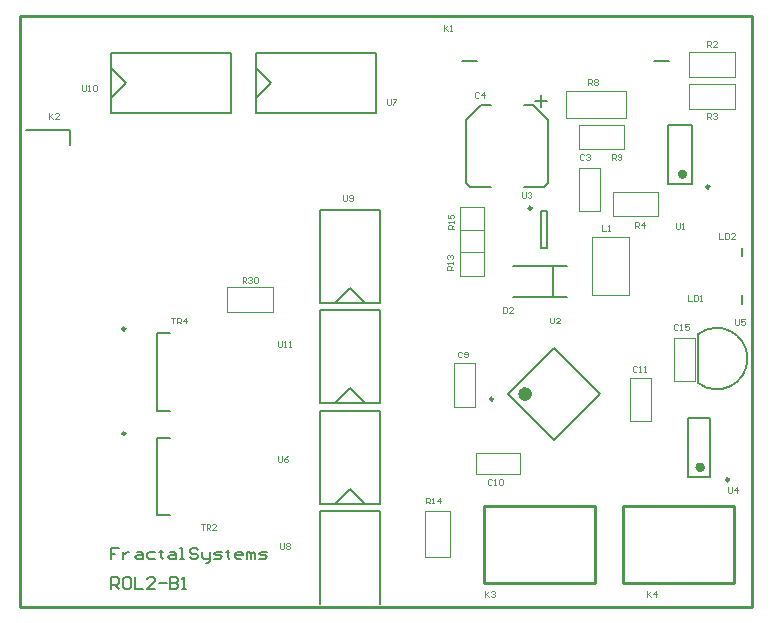
<source format=gto>
%FSLAX25Y25*%
%MOIN*%
G70*
G01*
G75*
G04 Layer_Color=65535*
%ADD10R,0.07087X0.08268*%
%ADD11R,0.04331X0.05512*%
%ADD12R,0.10039X0.07677*%
%ADD13R,0.05512X0.04331*%
%ADD14R,0.04331X0.02362*%
%ADD15R,0.24410X0.22835*%
%ADD16R,0.11811X0.06299*%
G04:AMPARAMS|DCode=17|XSize=9.84mil|YSize=70.87mil|CornerRadius=0mil|HoleSize=0mil|Usage=FLASHONLY|Rotation=135.000|XOffset=0mil|YOffset=0mil|HoleType=Round|Shape=Round|*
%AMOVALD17*
21,1,0.06102,0.00984,0.00000,0.00000,225.0*
1,1,0.00984,0.02158,0.02158*
1,1,0.00984,-0.02158,-0.02158*
%
%ADD17OVALD17*%

G04:AMPARAMS|DCode=18|XSize=9.84mil|YSize=70.87mil|CornerRadius=0mil|HoleSize=0mil|Usage=FLASHONLY|Rotation=45.000|XOffset=0mil|YOffset=0mil|HoleType=Round|Shape=Round|*
%AMOVALD18*
21,1,0.06102,0.00984,0.00000,0.00000,135.0*
1,1,0.00984,0.02158,-0.02158*
1,1,0.00984,-0.02158,0.02158*
%
%ADD18OVALD18*%

%ADD19R,0.07087X0.09055*%
%ADD20R,0.02362X0.11811*%
%ADD21O,0.08661X0.02362*%
%ADD22R,0.02756X0.03150*%
%ADD23R,0.06000X0.07000*%
%ADD24R,0.06299X0.12598*%
%ADD25O,0.07480X0.02362*%
%ADD26C,0.00984*%
%ADD27C,0.01181*%
%ADD28C,0.01500*%
%ADD29C,0.01969*%
%ADD30C,0.01575*%
%ADD31C,0.07874*%
%ADD32C,0.00800*%
%ADD33C,0.05906*%
%ADD34C,0.03937*%
%ADD35C,0.01000*%
%ADD36C,0.07480*%
%ADD37C,0.06000*%
%ADD38O,0.07874X0.03937*%
%ADD39O,0.07874X0.03937*%
%ADD40C,0.02362*%
%ADD41R,0.07000X0.06000*%
G04:AMPARAMS|DCode=42|XSize=23.62mil|YSize=23.62mil|CornerRadius=1.18mil|HoleSize=0mil|Usage=FLASHONLY|Rotation=90.000|XOffset=0mil|YOffset=0mil|HoleType=Round|Shape=RoundedRectangle|*
%AMROUNDEDRECTD42*
21,1,0.02362,0.02126,0,0,90.0*
21,1,0.02126,0.02362,0,0,90.0*
1,1,0.00236,0.01063,0.01063*
1,1,0.00236,0.01063,-0.01063*
1,1,0.00236,-0.01063,-0.01063*
1,1,0.00236,-0.01063,0.01063*
%
%ADD42ROUNDEDRECTD42*%
%ADD43R,0.04600X0.04600*%
%ADD44R,0.07480X0.04331*%
%ADD45C,0.00827*%
%ADD46C,0.02362*%
%ADD47C,0.00787*%
%ADD48C,0.00591*%
%ADD49C,0.00394*%
%ADD50C,0.00669*%
D26*
X170571Y132874D02*
G03*
X170571Y132874I-492J0D01*
G01*
X35138Y57736D02*
G03*
X35138Y57736I-492J0D01*
G01*
Y92579D02*
G03*
X35138Y92579I-492J0D01*
G01*
X157763Y69196D02*
G03*
X157763Y69196I-492J0D01*
G01*
X236319Y42303D02*
G03*
X236319Y42303I-492J0D01*
G01*
X229823Y139941D02*
G03*
X229823Y139941I-492J0D01*
G01*
D30*
X227559Y46457D02*
G03*
X227559Y46457I-787J0D01*
G01*
X221654Y144095D02*
G03*
X221654Y144095I-787J0D01*
G01*
D32*
X1969Y158811D02*
X16732D01*
X78661Y164449D02*
X78661Y184449D01*
X78661Y169449D02*
X83661Y174449D01*
X78661Y179449D02*
X83661Y174449D01*
X118661Y164449D02*
Y184449D01*
X78661D02*
X118661D01*
X78661Y164449D02*
X118661D01*
X120000Y906D02*
Y31890D01*
X100000Y906D02*
Y31890D01*
X120000Y31890D01*
X120000Y34370D02*
Y65354D01*
X100000D02*
X100000Y34370D01*
X100000Y65354D02*
X120000D01*
X105000Y34370D02*
X110000Y39370D01*
X115000Y34370D01*
X100000Y34370D02*
X120000Y34370D01*
Y101299D02*
Y132283D01*
X100000Y101299D02*
X100000Y132283D01*
X120000Y132283D01*
X105000Y101299D02*
X110000Y106299D01*
X115000Y101299D01*
X100000Y101299D02*
X120000Y101299D01*
Y67835D02*
Y98819D01*
X100000Y67835D02*
Y98819D01*
X120000D01*
X105000Y67835D02*
X110000Y72835D01*
X115000Y67835D01*
X100000D02*
X120000D01*
X30433Y164449D02*
X30433Y184449D01*
X30433Y169449D02*
X35433Y174449D01*
X30433Y179449D02*
X35433Y174449D01*
X70433Y164449D02*
Y184449D01*
X30433D02*
X70433D01*
X30433Y164449D02*
X70433D01*
D35*
X154724Y33465D02*
X191732D01*
Y7874D02*
Y33465D01*
X154724Y7874D02*
Y33465D01*
Y7874D02*
X191732D01*
X200984Y33465D02*
X237992D01*
Y7874D02*
Y33465D01*
X200984Y7874D02*
Y33465D01*
Y7874D02*
X237992D01*
X0Y0D02*
Y196850D01*
X244094D01*
Y0D02*
Y196850D01*
X0Y0D02*
X244094D01*
D46*
X169587Y70866D02*
G03*
X169587Y70866I-1181J0D01*
G01*
D47*
X225981Y74611D02*
G03*
X225981Y90743I6302J8066D01*
G01*
X177756Y103248D02*
Y113583D01*
X16732Y153811D02*
Y158811D01*
X173819Y131890D02*
X175787D01*
X173819Y119685D02*
X175787D01*
X173819D02*
Y131890D01*
X175787Y119685D02*
Y131890D01*
X45669Y30531D02*
X50185Y30532D01*
X45669Y56280D02*
X45669Y30531D01*
X45669Y56280D02*
X50185D01*
X45669Y65374D02*
X50185Y65374D01*
X45669Y65374D02*
X45669Y91122D01*
X50185Y91122D01*
X162838Y70866D02*
X178150Y55555D01*
Y86178D02*
X193461Y70866D01*
X162838D02*
X178150Y86178D01*
Y55555D02*
X193461Y70866D01*
X229921Y43307D02*
Y62992D01*
X222835Y43307D02*
Y62992D01*
Y43307D02*
X229921D01*
X222835Y62992D02*
X229921D01*
X225984Y74611D02*
Y90743D01*
X147449Y181890D02*
X152449D01*
X211449D02*
X216449D01*
X216142Y160630D02*
X224016D01*
X216142Y140945D02*
X224016D01*
X216142D02*
Y160630D01*
X224016Y140945D02*
Y160630D01*
D48*
X164272Y113681D02*
X182382D01*
X164272Y103150D02*
X182382D01*
X240650Y100984D02*
X240650Y103740D01*
Y116732D02*
Y119488D01*
X148622Y162205D02*
X153740Y167323D01*
X171063D02*
X176181Y162205D01*
X174606Y139764D02*
X176181Y141339D01*
X148622D02*
X150197Y139764D01*
X171653Y168504D02*
X175591D01*
X173622Y166535D02*
Y170473D01*
X176181Y141339D02*
Y162205D01*
X167913Y139764D02*
X174606D01*
X167913Y167323D02*
X171063D01*
X150197Y139764D02*
X156890D01*
X148622Y141339D02*
Y162205D01*
X153740Y167323D02*
X156890D01*
D49*
X223130Y184744D02*
X238287D01*
Y176673D02*
Y184744D01*
X223130Y176673D02*
X238287D01*
X223130D02*
Y184744D01*
Y166043D02*
X238287D01*
X223130D02*
Y174114D01*
X238287D01*
Y166043D02*
Y174114D01*
X69193Y106398D02*
X84350D01*
Y98327D02*
Y106398D01*
X69193Y98327D02*
X84350D01*
X69193D02*
Y106398D01*
X190847Y123327D02*
X203051D01*
X190847Y104035D02*
Y123327D01*
Y104035D02*
X203051D01*
Y123327D01*
X186417Y131791D02*
X193504D01*
Y146358D01*
X186417Y146358D02*
X193504Y146358D01*
X186417Y131791D02*
Y146358D01*
X217913Y89665D02*
X225000D01*
X217913Y75099D02*
Y89665D01*
Y75099D02*
X225000D01*
X225000Y89665D02*
X225000Y75099D01*
X135138Y16634D02*
Y31791D01*
X143209D01*
Y16634D02*
Y31791D01*
X135138Y16634D02*
X143209D01*
X146752Y133366D02*
X146752Y118209D01*
X146752Y133366D02*
X154823D01*
X154823Y118209D01*
X146752D02*
X154823D01*
Y110335D02*
X154823Y125492D01*
X146752Y110335D02*
X154823D01*
X146752D02*
X146752Y125492D01*
X154823D01*
X144783Y81201D02*
X151870D01*
X144783Y66634D02*
Y81201D01*
Y66634D02*
X151870Y66634D01*
Y81201D01*
X152165Y44094D02*
Y51181D01*
Y44094D02*
X166732D01*
Y51181D01*
X152165D02*
X166732D01*
X203346Y61811D02*
X210433D01*
Y76378D01*
X203346Y76378D02*
X210433Y76378D01*
X203346Y61811D02*
Y76378D01*
X186319Y160531D02*
X201476D01*
Y152461D02*
Y160531D01*
X186319Y152461D02*
X201476D01*
X186319D02*
Y160531D01*
X181988Y162795D02*
Y171850D01*
Y162795D02*
X201969D01*
Y171850D01*
X181988D02*
X201969D01*
X197638Y138189D02*
X212795D01*
Y130118D02*
Y138189D01*
X197638Y130118D02*
X212795D01*
X197638D02*
Y138189D01*
X9843Y164566D02*
Y162599D01*
Y163254D01*
X11154Y164566D01*
X10170Y163582D01*
X11154Y162599D01*
X13122D02*
X11810D01*
X13122Y163910D01*
Y164238D01*
X12794Y164566D01*
X12138D01*
X11810Y164238D01*
X141535Y193799D02*
Y191831D01*
Y192487D01*
X142847Y193799D01*
X141863Y192815D01*
X142847Y191831D01*
X143503D02*
X144159D01*
X143831D01*
Y193799D01*
X143503Y193471D01*
X187953Y150566D02*
X187625Y150894D01*
X186969D01*
X186641Y150566D01*
Y149254D01*
X186969Y148926D01*
X187625D01*
X187953Y149254D01*
X188609Y150566D02*
X188937Y150894D01*
X189593D01*
X189921Y150566D01*
Y150238D01*
X189593Y149910D01*
X189265D01*
X189593D01*
X189921Y149582D01*
Y149254D01*
X189593Y148926D01*
X188937D01*
X188609Y149254D01*
X152985Y171325D02*
X152657Y171653D01*
X152001D01*
X151673Y171325D01*
Y170013D01*
X152001Y169685D01*
X152657D01*
X152985Y170013D01*
X154625Y169685D02*
Y171653D01*
X153641Y170669D01*
X154953D01*
X147276Y84711D02*
X146949Y85039D01*
X146293D01*
X145965Y84711D01*
Y83399D01*
X146293Y83071D01*
X146949D01*
X147276Y83399D01*
X147932D02*
X148260Y83071D01*
X148916D01*
X149244Y83399D01*
Y84711D01*
X148916Y85039D01*
X148260D01*
X147932Y84711D01*
Y84383D01*
X148260Y84055D01*
X149244D01*
X157513Y42191D02*
X157185Y42519D01*
X156529D01*
X156201Y42191D01*
Y40879D01*
X156529Y40551D01*
X157185D01*
X157513Y40879D01*
X158169Y40551D02*
X158825D01*
X158497D01*
Y42519D01*
X158169Y42191D01*
X159809D02*
X160136Y42519D01*
X160793D01*
X161120Y42191D01*
Y40879D01*
X160793Y40551D01*
X160136D01*
X159809Y40879D01*
Y42191D01*
X205839Y79790D02*
X205511Y80117D01*
X204855D01*
X204528Y79790D01*
Y78478D01*
X204855Y78150D01*
X205511D01*
X205839Y78478D01*
X206495Y78150D02*
X207151D01*
X206823D01*
Y80117D01*
X206495Y79790D01*
X208135Y78150D02*
X208791D01*
X208463D01*
Y80117D01*
X208135Y79790D01*
X219404Y93869D02*
X219076Y94197D01*
X218420D01*
X218092Y93869D01*
Y92557D01*
X218420Y92229D01*
X219076D01*
X219404Y92557D01*
X220060Y92229D02*
X220716D01*
X220388D01*
Y94197D01*
X220060Y93869D01*
X223012Y94197D02*
X221700D01*
Y93213D01*
X222356Y93541D01*
X222684D01*
X223012Y93213D01*
Y92557D01*
X222684Y92229D01*
X222028D01*
X221700Y92557D01*
X161122Y99999D02*
Y98032D01*
X162106D01*
X162434Y98360D01*
Y99671D01*
X162106Y99999D01*
X161122D01*
X164402Y98032D02*
X163090D01*
X164402Y99343D01*
Y99671D01*
X164074Y99999D01*
X163418D01*
X163090Y99671D01*
X155118Y5117D02*
Y3150D01*
Y3806D01*
X156430Y5117D01*
X155446Y4134D01*
X156430Y3150D01*
X157086Y4789D02*
X157414Y5117D01*
X158070D01*
X158398Y4789D01*
Y4462D01*
X158070Y4134D01*
X157742D01*
X158070D01*
X158398Y3806D01*
Y3478D01*
X158070Y3150D01*
X157414D01*
X157086Y3478D01*
X209055Y5314D02*
Y3347D01*
Y4002D01*
X210367Y5314D01*
X209383Y4330D01*
X210367Y3347D01*
X212007D02*
Y5314D01*
X211023Y4330D01*
X212335D01*
X194193Y127165D02*
Y125197D01*
X195505D01*
X196161D02*
X196817D01*
X196489D01*
Y127165D01*
X196161Y126837D01*
X222835Y103936D02*
Y101969D01*
X224147D01*
X224802Y103936D02*
Y101969D01*
X225786D01*
X226114Y102296D01*
Y103608D01*
X225786Y103936D01*
X224802D01*
X226770Y101969D02*
X227426D01*
X227098D01*
Y103936D01*
X226770Y103608D01*
X233071Y124409D02*
Y122441D01*
X234383D01*
X235039Y124409D02*
Y122441D01*
X236023D01*
X236351Y122769D01*
Y124081D01*
X236023Y124409D01*
X235039D01*
X238318Y122441D02*
X237007D01*
X238318Y123753D01*
Y124081D01*
X237990Y124409D01*
X237335D01*
X237007Y124081D01*
X229134Y186614D02*
Y188582D01*
X230118D01*
X230446Y188254D01*
Y187598D01*
X230118Y187270D01*
X229134D01*
X229790D02*
X230446Y186614D01*
X232414D02*
X231102D01*
X232414Y187926D01*
Y188254D01*
X232086Y188582D01*
X231430D01*
X231102Y188254D01*
X229134Y162598D02*
Y164566D01*
X230118D01*
X230446Y164238D01*
Y163582D01*
X230118Y163254D01*
X229134D01*
X229790D02*
X230446Y162598D01*
X231102Y164238D02*
X231430Y164566D01*
X232086D01*
X232414Y164238D01*
Y163910D01*
X232086Y163582D01*
X231758D01*
X232086D01*
X232414Y163254D01*
Y162926D01*
X232086Y162598D01*
X231430D01*
X231102Y162926D01*
X205118Y126378D02*
Y128346D01*
X206102D01*
X206430Y128018D01*
Y127362D01*
X206102Y127034D01*
X205118D01*
X205774D02*
X206430Y126378D01*
X208070D02*
Y128346D01*
X207086Y127362D01*
X208398D01*
X189469Y174016D02*
Y175984D01*
X190452D01*
X190780Y175656D01*
Y175000D01*
X190452Y174672D01*
X189469D01*
X190124D02*
X190780Y174016D01*
X191436Y175656D02*
X191764Y175984D01*
X192420D01*
X192748Y175656D01*
Y175328D01*
X192420Y175000D01*
X192748Y174672D01*
Y174344D01*
X192420Y174016D01*
X191764D01*
X191436Y174344D01*
Y174672D01*
X191764Y175000D01*
X191436Y175328D01*
Y175656D01*
X191764Y175000D02*
X192420D01*
X197244Y148917D02*
Y150885D01*
X198228D01*
X198556Y150557D01*
Y149901D01*
X198228Y149573D01*
X197244D01*
X197900D02*
X198556Y148917D01*
X199212Y149245D02*
X199540Y148917D01*
X200196D01*
X200524Y149245D01*
Y150557D01*
X200196Y150885D01*
X199540D01*
X199212Y150557D01*
Y150229D01*
X199540Y149901D01*
X200524D01*
X144390Y112303D02*
X142422D01*
Y113287D01*
X142750Y113615D01*
X143406D01*
X143734Y113287D01*
Y112303D01*
Y112959D02*
X144390Y113615D01*
Y114271D02*
Y114927D01*
Y114599D01*
X142422D01*
X142750Y114271D01*
Y115911D02*
X142422Y116239D01*
Y116895D01*
X142750Y117223D01*
X143078D01*
X143406Y116895D01*
Y116567D01*
Y116895D01*
X143734Y117223D01*
X144062D01*
X144390Y116895D01*
Y116239D01*
X144062Y115911D01*
X135349Y34390D02*
Y36358D01*
X136333D01*
X136661Y36030D01*
Y35374D01*
X136333Y35046D01*
X135349D01*
X136005D02*
X136661Y34390D01*
X137317D02*
X137973D01*
X137645D01*
Y36358D01*
X137317Y36030D01*
X139941Y34390D02*
Y36358D01*
X138957Y35374D01*
X140269D01*
X144685Y125787D02*
X142717D01*
Y126771D01*
X143045Y127099D01*
X143701D01*
X144029Y126771D01*
Y125787D01*
Y126443D02*
X144685Y127099D01*
Y127755D02*
Y128411D01*
Y128083D01*
X142717D01*
X143045Y127755D01*
X142717Y130707D02*
Y129395D01*
X143701D01*
X143373Y130051D01*
Y130379D01*
X143701Y130707D01*
X144357D01*
X144685Y130379D01*
Y129723D01*
X144357Y129395D01*
X74213Y107874D02*
Y109842D01*
X75196D01*
X75524Y109514D01*
Y108858D01*
X75196Y108530D01*
X74213D01*
X74869D02*
X75524Y107874D01*
X76180Y109514D02*
X76508Y109842D01*
X77164D01*
X77492Y109514D01*
Y109186D01*
X77164Y108858D01*
X76836D01*
X77164D01*
X77492Y108530D01*
Y108202D01*
X77164Y107874D01*
X76508D01*
X76180Y108202D01*
X78148Y109514D02*
X78476Y109842D01*
X79132D01*
X79460Y109514D01*
Y108202D01*
X79132Y107874D01*
X78476D01*
X78148Y108202D01*
Y109514D01*
X218799Y127952D02*
Y126312D01*
X219127Y125984D01*
X219783D01*
X220111Y126312D01*
Y127952D01*
X220767Y125984D02*
X221423D01*
X221095D01*
Y127952D01*
X220767Y127624D01*
X176772Y96358D02*
Y94718D01*
X177100Y94390D01*
X177756D01*
X178084Y94718D01*
Y96358D01*
X180051Y94390D02*
X178740D01*
X180051Y95702D01*
Y96030D01*
X179723Y96358D01*
X179068D01*
X178740Y96030D01*
X167247Y138202D02*
Y136562D01*
X167575Y136234D01*
X168231D01*
X168559Y136562D01*
Y138202D01*
X169215Y137874D02*
X169543Y138202D01*
X170199D01*
X170527Y137874D01*
Y137546D01*
X170199Y137218D01*
X169871D01*
X170199D01*
X170527Y136890D01*
Y136562D01*
X170199Y136234D01*
X169543D01*
X169215Y136562D01*
X236024Y39862D02*
Y38222D01*
X236352Y37894D01*
X237007D01*
X237335Y38222D01*
Y39862D01*
X238975Y37894D02*
Y39862D01*
X237991Y38878D01*
X239303D01*
X238287Y95865D02*
Y94226D01*
X238615Y93898D01*
X239271D01*
X239599Y94226D01*
Y95865D01*
X241567D02*
X240255D01*
Y94882D01*
X240911Y95210D01*
X241239D01*
X241567Y94882D01*
Y94226D01*
X241239Y93898D01*
X240583D01*
X240255Y94226D01*
X86122Y50295D02*
Y48655D01*
X86450Y48327D01*
X87106D01*
X87434Y48655D01*
Y50295D01*
X89402D02*
X88746Y49967D01*
X88090Y49311D01*
Y48655D01*
X88418Y48327D01*
X89074D01*
X89402Y48655D01*
Y48983D01*
X89074Y49311D01*
X88090D01*
X122244Y169094D02*
Y167454D01*
X122572Y167126D01*
X123228D01*
X123556Y167454D01*
Y169094D01*
X124212D02*
X125524D01*
Y168766D01*
X124212Y167454D01*
Y167126D01*
X86811Y21062D02*
Y19422D01*
X87139Y19094D01*
X87795D01*
X88123Y19422D01*
Y21062D01*
X88779Y20734D02*
X89107Y21062D01*
X89763D01*
X90091Y20734D01*
Y20406D01*
X89763Y20078D01*
X90091Y19750D01*
Y19422D01*
X89763Y19094D01*
X89107D01*
X88779Y19422D01*
Y19750D01*
X89107Y20078D01*
X88779Y20406D01*
Y20734D01*
X89107Y20078D02*
X89763D01*
X107776Y137106D02*
Y135466D01*
X108104Y135138D01*
X108759D01*
X109088Y135466D01*
Y137106D01*
X109743Y135466D02*
X110071Y135138D01*
X110727D01*
X111055Y135466D01*
Y136778D01*
X110727Y137106D01*
X110071D01*
X109743Y136778D01*
Y136450D01*
X110071Y136122D01*
X111055D01*
X20768Y174015D02*
Y172375D01*
X21096Y172047D01*
X21752D01*
X22080Y172375D01*
Y174015D01*
X22736Y172047D02*
X23392D01*
X23064D01*
Y174015D01*
X22736Y173687D01*
X24375D02*
X24703Y174015D01*
X25359D01*
X25687Y173687D01*
Y172375D01*
X25359Y172047D01*
X24703D01*
X24375Y172375D01*
Y173687D01*
X86024Y88582D02*
Y86942D01*
X86352Y86614D01*
X87008D01*
X87335Y86942D01*
Y88582D01*
X87991Y86614D02*
X88647D01*
X88319D01*
Y88582D01*
X87991Y88254D01*
X89631Y86614D02*
X90287D01*
X89959D01*
Y88582D01*
X89631Y88254D01*
X60236Y27657D02*
X61548D01*
X60892D01*
Y25689D01*
X62204D02*
Y27657D01*
X63188D01*
X63516Y27329D01*
Y26673D01*
X63188Y26345D01*
X62204D01*
X62860D02*
X63516Y25689D01*
X65484D02*
X64172D01*
X65484Y27001D01*
Y27329D01*
X65156Y27657D01*
X64500D01*
X64172Y27329D01*
X50394Y96358D02*
X51706D01*
X51050D01*
Y94390D01*
X52362D02*
Y96358D01*
X53346D01*
X53673Y96030D01*
Y95374D01*
X53346Y95046D01*
X52362D01*
X53017D02*
X53673Y94390D01*
X55313D02*
Y96358D01*
X54329Y95374D01*
X55641D01*
D50*
X30512Y5906D02*
Y9841D01*
X32480D01*
X33136Y9185D01*
Y7873D01*
X32480Y7217D01*
X30512D01*
X31824D02*
X33136Y5906D01*
X36415Y9841D02*
X35103D01*
X34448Y9185D01*
Y6561D01*
X35103Y5906D01*
X36415D01*
X37071Y6561D01*
Y9185D01*
X36415Y9841D01*
X38383D02*
Y5906D01*
X41007D01*
X44943D02*
X42319D01*
X44943Y8529D01*
Y9185D01*
X44287Y9841D01*
X42975D01*
X42319Y9185D01*
X46255Y7873D02*
X48879D01*
X50191Y9841D02*
Y5906D01*
X52158D01*
X52814Y6561D01*
Y7217D01*
X52158Y7873D01*
X50191D01*
X52158D01*
X52814Y8529D01*
Y9185D01*
X52158Y9841D01*
X50191D01*
X54126Y5906D02*
X55438D01*
X54782D01*
Y9841D01*
X54126Y9185D01*
X33136Y19684D02*
X30512D01*
Y17716D01*
X31824D01*
X30512D01*
Y15748D01*
X34448Y18372D02*
Y15748D01*
Y17060D01*
X35103Y17716D01*
X35759Y18372D01*
X36415D01*
X39039D02*
X40351D01*
X41007Y17716D01*
Y15748D01*
X39039D01*
X38383Y16404D01*
X39039Y17060D01*
X41007D01*
X44943Y18372D02*
X42975D01*
X42319Y17716D01*
Y16404D01*
X42975Y15748D01*
X44943D01*
X46911Y19028D02*
Y18372D01*
X46255D01*
X47567D01*
X46911D01*
Y16404D01*
X47567Y15748D01*
X50191Y18372D02*
X51502D01*
X52158Y17716D01*
Y15748D01*
X50191D01*
X49535Y16404D01*
X50191Y17060D01*
X52158D01*
X53470Y15748D02*
X54782D01*
X54126D01*
Y19684D01*
X53470D01*
X59374Y19028D02*
X58718Y19684D01*
X57406D01*
X56750Y19028D01*
Y18372D01*
X57406Y17716D01*
X58718D01*
X59374Y17060D01*
Y16404D01*
X58718Y15748D01*
X57406D01*
X56750Y16404D01*
X60686Y18372D02*
Y16404D01*
X61342Y15748D01*
X63310D01*
Y15092D01*
X62654Y14436D01*
X61998D01*
X63310Y15748D02*
Y18372D01*
X64622Y15748D02*
X66589D01*
X67245Y16404D01*
X66589Y17060D01*
X65277D01*
X64622Y17716D01*
X65277Y18372D01*
X67245D01*
X69213Y19028D02*
Y18372D01*
X68557D01*
X69869D01*
X69213D01*
Y16404D01*
X69869Y15748D01*
X73805D02*
X72493D01*
X71837Y16404D01*
Y17716D01*
X72493Y18372D01*
X73805D01*
X74461Y17716D01*
Y17060D01*
X71837D01*
X75773Y15748D02*
Y18372D01*
X76429D01*
X77085Y17716D01*
Y15748D01*
Y17716D01*
X77741Y18372D01*
X78397Y17716D01*
Y15748D01*
X79709D02*
X81676D01*
X82332Y16404D01*
X81676Y17060D01*
X80365D01*
X79709Y17716D01*
X80365Y18372D01*
X82332D01*
M02*

</source>
